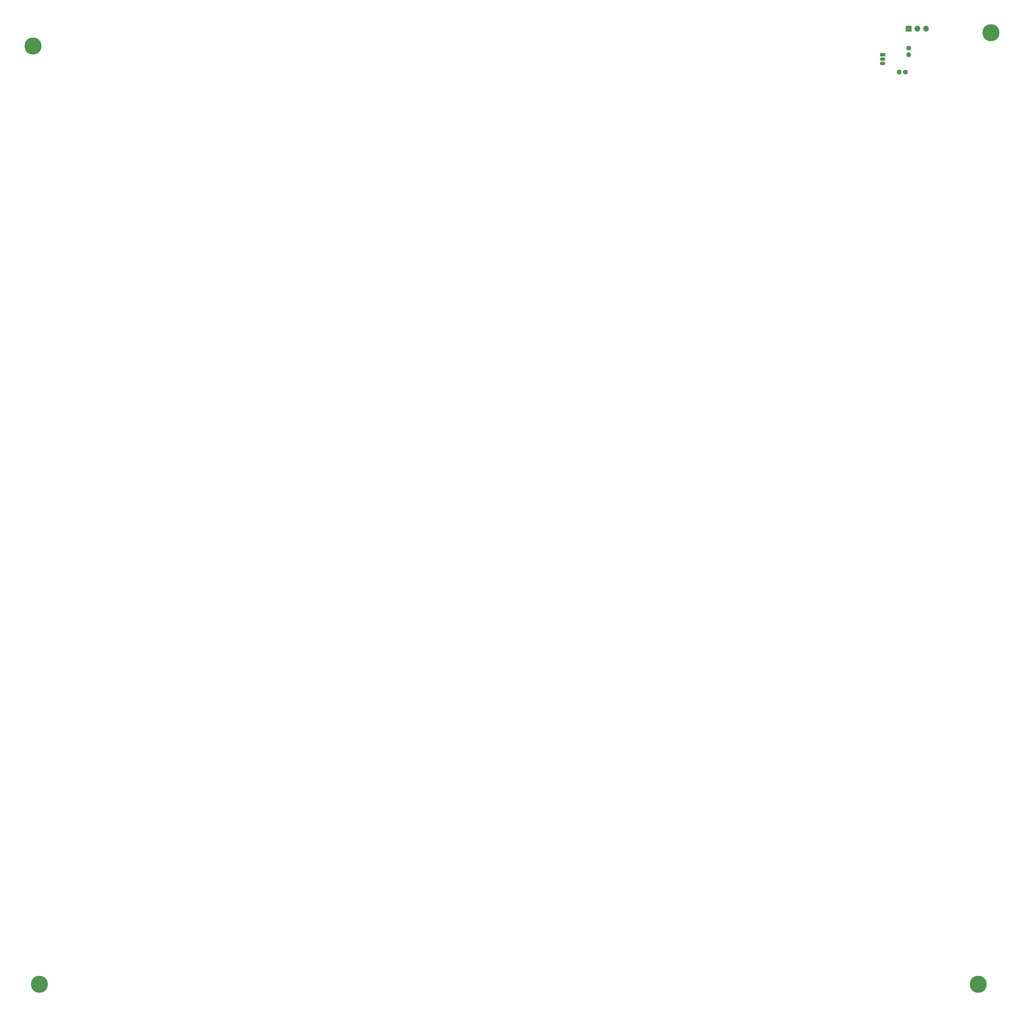
<source format=gbr>
%TF.GenerationSoftware,KiCad,Pcbnew,8.0.0*%
%TF.CreationDate,2024-03-22T00:36:30-04:00*%
%TF.ProjectId,WaterSensor,57617465-7253-4656-9e73-6f722e6b6963,rev?*%
%TF.SameCoordinates,Original*%
%TF.FileFunction,Soldermask,Bot*%
%TF.FilePolarity,Negative*%
%FSLAX46Y46*%
G04 Gerber Fmt 4.6, Leading zero omitted, Abs format (unit mm)*
G04 Created by KiCad (PCBNEW 8.0.0) date 2024-03-22 00:36:30*
%MOMM*%
%LPD*%
G01*
G04 APERTURE LIST*
%ADD10C,0.800000*%
%ADD11C,5.000000*%
%ADD12C,1.400000*%
%ADD13O,1.400000X1.400000*%
%ADD14R,1.700000X1.700000*%
%ADD15O,1.700000X1.700000*%
%ADD16R,1.500000X1.050000*%
%ADD17O,1.500000X1.050000*%
G04 APERTURE END LIST*
D10*
%TO.C,H2*%
X138490000Y-60960000D03*
X139039175Y-59634175D03*
X139039175Y-62285825D03*
X140365000Y-59085000D03*
D11*
X140365000Y-60960000D03*
D10*
X140365000Y-62835000D03*
X141690825Y-59634175D03*
X141690825Y-62285825D03*
X142240000Y-60960000D03*
%TD*%
%TO.C,H4*%
X140365000Y-335280000D03*
X140914175Y-333954175D03*
X140914175Y-336605825D03*
X142240000Y-333405000D03*
D11*
X142240000Y-335280000D03*
D10*
X142240000Y-337155000D03*
X143565825Y-333954175D03*
X143565825Y-336605825D03*
X144115000Y-335280000D03*
%TD*%
%TO.C,H1*%
X418439175Y-57094175D03*
X418988350Y-55768350D03*
X418988350Y-58420000D03*
X420314175Y-55219175D03*
D11*
X420314175Y-57094175D03*
D10*
X420314175Y-58969175D03*
X421640000Y-55768350D03*
X421640000Y-58420000D03*
X422189175Y-57094175D03*
%TD*%
%TO.C,H3*%
X414685000Y-335280000D03*
X415234175Y-333954175D03*
X415234175Y-336605825D03*
X416560000Y-333405000D03*
D11*
X416560000Y-335280000D03*
D10*
X416560000Y-337155000D03*
X417885825Y-333954175D03*
X417885825Y-336605825D03*
X418435000Y-335280000D03*
%TD*%
D12*
%TO.C,R2*%
X395327500Y-68580000D03*
D13*
X393427500Y-68580000D03*
%TD*%
D14*
%TO.C,J2*%
X396240000Y-55880000D03*
D15*
X398780000Y-55880000D03*
X401320000Y-55880000D03*
%TD*%
D12*
%TO.C,R1*%
X396240000Y-61600000D03*
D13*
X396240000Y-63500000D03*
%TD*%
D16*
%TO.C,Q1*%
X388620006Y-63500000D03*
D17*
X388620006Y-64770000D03*
X388620006Y-66040000D03*
%TD*%
M02*

</source>
